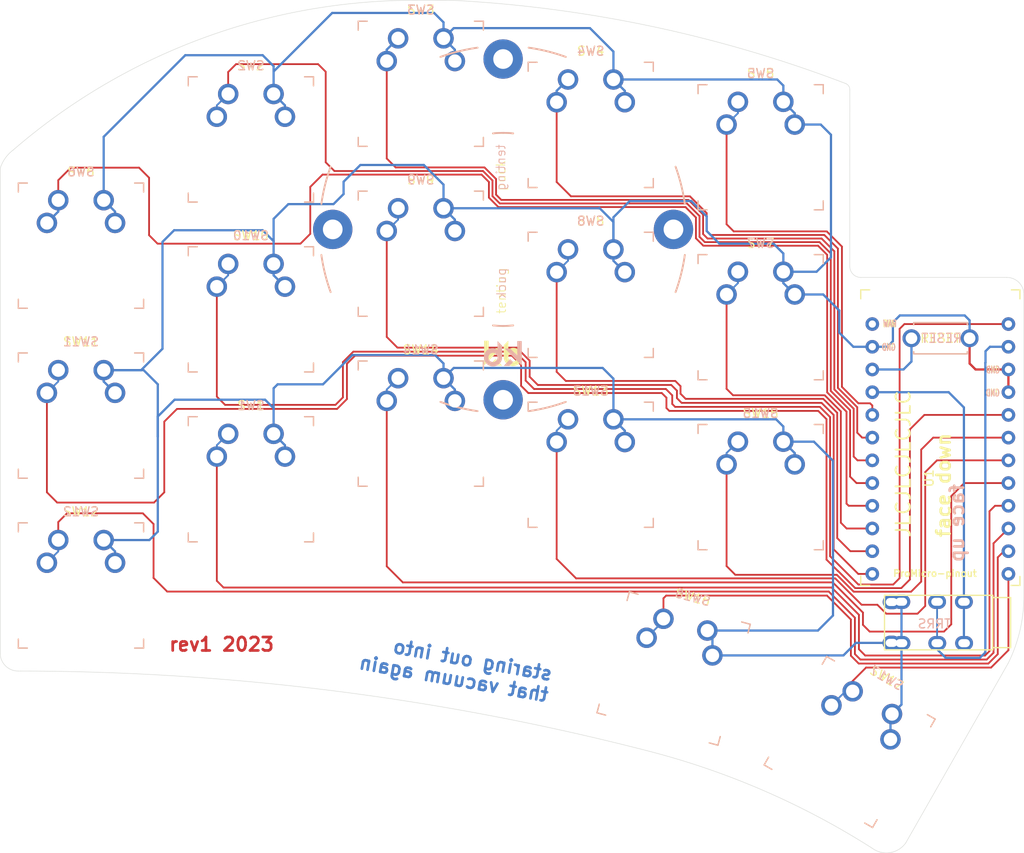
<source format=kicad_pcb>
(kicad_pcb (version 20221018) (generator pcbnew)
  (layers (0 "F.Cu" signal) (31 "B.Cu" signal) (34 "B.Paste" user) (35 "F.Paste" user) (36 "B.SilkS" user "B.Silkscreen") (37 "F.SilkS" user "F.Silkscreen") (38 "B.Mask" user) (39 "F.Mask" user) (44 "Edge.Cuts" user))
  (net 0 "")
  (net 1 "gnd")
  (net 2 "Switch1")
  (net 3 "Switch2")
  (net 4 "Switch3")
  (net 5 "Switch4")
  (net 6 "Switch5")
  (net 7 "Switch6")
  (net 8 "Switch7")
  (net 9 "Switch8")
  (net 10 "Switch9")
  (net 11 "Switch10")
  (net 12 "Switch11")
  (net 13 "Switch15")
  (net 14 "Switch13")
  (net 15 "Switch14")
  (net 16 "Switch12")
  (net 17 "Switch16")
  (net 18 "Switch17")
  (net 19 "reset")
  (net 20 "Switch18")
  (net 21 "vcc")
  (footprint "footprint:ProMicro_v3_min" (layer "F.Cu") (at 193.704 108.591)
    (fp_text reference "U1")
    (fp_text value "ProMicro-pinout")
  )
  (footprint "footprint:SW_MX_reversible" (layer "F.Cu") (at 116.61 73.47)
    (fp_text reference "SW2")
    (fp_text value "SW_Push")
  )
  (footprint "footprint:SW_MX_reversible" (layer "F.Cu") (at 135.61 105.245)
    (fp_text reference "SW14")
    (fp_text value "SW_Push")
  )
  (footprint "footprint:SW_MX_reversible" (layer "F.Cu") (at 116.61 111.47)
    (fp_text reference "SW1")
    (fp_text value "SW_Push")
  )
  (footprint "footprint:SW_MX_reversible" (layer "F.Cu") (at 154.61 109.845)
    (fp_text reference "SW13")
    (fp_text value "SW_Push")
  )
  (footprint "footprint:SW_MX_reversible" (layer "F.Cu") (at 97.61 85.345)
    (fp_text reference "SW6")
    (fp_text value "SW_Push")
  )
  (footprint "footprint:SW_MX_reversible" (layer "F.Cu") (at 97.61 104.345)
    (fp_text reference "SW11")
    (fp_text value "SW_Push")
  )
  (footprint "footprint:ResetSW" (layer "F.Cu") (at 193.725 95.7)
    (fp_text reference "RSW1" hide)
    (fp_text value "SW_Push")
  )
  (footprint "footprint:Tenting_Puck2" (layer "F.Cu") (at 144.812 83.529)
    (fp_text reference "H1")
    (fp_text value "MountingHole")
  )
  (footprint "footprint:SW_MX_reversible" (layer "F.Cu") (at 154.61 90.845)
    (fp_text reference "SW8")
    (fp_text value "SW_Push")
  )
  (footprint "footprint:SW_MX_reversible" (layer "F.Cu") (at 97.61 123.345)
    (fp_text reference "SW12")
    (fp_text value "SW_Push")
  )
  (footprint "footprint:SW_MX_reversible" (layer "F.Cu") (at 135.61 86.245)
    (fp_text reference "SW9")
    (fp_text value "SW_Push")
  )
  (footprint "footprint:SW_MX_reversible" (layer "F.Cu") (at 183.56 140.849 -30)
    (fp_text reference "SW17")
    (fp_text value "SW_Push")
  )
  (footprint "footprint:SW_MX_reversible" (layer "F.Cu") (at 116.61 92.47)
    (fp_text reference "SW10")
    (fp_text value "SW_Push")
  )
  (footprint "footprint:SW_MX_reversible" (layer "F.Cu") (at 173.61 93.345)
    (fp_text reference "SW7")
    (fp_text value "SW_Push")
  )
  (footprint "footprint:SW_MX_reversible" (layer "F.Cu") (at 154.61 71.845)
    (fp_text reference "SW4")
    (fp_text value "SW_Push")
  )
  (footprint "footprint:TRRS-PJ-DPB2" (layer "F.Cu") (at 199.56 127.495 -90)
    (fp_text reference "J1")
    (fp_text value "AudioJack4dpb" hide)
  )
  (footprint "footprint:SW_MX_reversible" (layer "F.Cu") (at 173.61 74.345)
    (fp_text reference "SW5")
    (fp_text value "SW_Push")
  )
  (footprint "footprint:SW_MX_reversible" (layer "F.Cu") (at 163.882 132.633 -15)
    (fp_text reference "SW16")
    (fp_text value "SW_Push")
  )
  (footprint "footprint:SW_MX_reversible" (layer "F.Cu") (at 135.61 67.245)
    (fp_text reference "SW3")
    (fp_text value "SW_Push")
  )
  (footprint "footprint:SW_MX_reversible" (layer "F.Cu") (at 173.61 112.345)
    (fp_text reference "SW15")
    (fp_text value "SW_Push")
  )
  (gr_arc (start 189.83217 152.137949) (mid 188.091164 153.216421) (end 186.10017 152.736684) (stroke (width 0.05)) (layer "Edge.Cuts"))
  (gr_arc (start 183.150415 67.231154) (mid 183.467204 67.50791) (end 183.58517 67.911684) (stroke (width 0.05)) (layer "Edge.Cuts"))
  (gr_line (start 201.14117 88.9) (end 184.785 88.9) (stroke (width 0.05)) (layer "Edge.Cuts"))
  (gr_line (start 90.889706 132.915062) (end 90.615172 132.912601) (stroke (width 0.05)) (layer "Edge.Cuts"))
  (gr_line (start 203.04617 90.805) (end 203.04617 124.686684) (stroke (width 0.05)) (layer "Edge.Cuts"))
  (gr_arc (start 90.615172 132.912601) (mid 89.202704 132.3634) (end 88.580171 130.981683) (stroke (width 0.05)) (layer "Edge.Cuts"))
  (gr_arc (start 201.14117 88.9) (mid 202.488208 89.457962) (end 203.04617 90.805) (stroke (width 0.05)) (layer "Edge.Cuts"))
  (gr_arc (start 90.889711 132.912696) (mid 126.18485 135.166627) (end 160.919877 141.822821) (stroke (width 0.05)) (layer "Edge.Cuts"))
  (gr_line (start 138.965397 57.902188) (end 134.99017 57.906684) (stroke (width 0.05)) (layer "Edge.Cuts"))
  (gr_arc (start 138.965397 57.902188) (mid 161.425813 60.824143) (end 183.150415 67.231154) (stroke (width 0.05)) (layer "Edge.Cuts"))
  (gr_line (start 88.588029 76.676004) (end 88.580171 130.981683) (stroke (width 0.05)) (layer "Edge.Cuts"))
  (gr_arc (start 88.588029 76.676004) (mid 89.145373 75.558289) (end 90.016781 74.663545) (stroke (width 0.05)) (layer "Edge.Cuts"))
  (gr_line (start 201.283849 132.052341) (end 189.83217 152.137949) (stroke (width 0.05)) (layer "Edge.Cuts"))
  (gr_arc (start 160.919877 141.822821) (mid 173.943392 146.279891) (end 186.10017 152.736684) (stroke (width 0.05)) (layer "Edge.Cuts"))
  (gr_arc (start 90.016781 74.663545) (mid 110.993305 62.232) (end 134.99017 57.906684) (stroke (width 0.05)) (layer "Edge.Cuts"))
  (gr_arc (start 203.04617 124.686684) (mid 202.585 128.47) (end 201.283849 132.052341) (stroke (width 0.05)) (layer "Edge.Cuts"))
  (gr_arc (start 184.785 88.9) (mid 183.91956 88.514528) (end 183.58017 87.63) (stroke (width 0.05)) (layer "Edge.Cuts"))
  (gr_line (start 183.58017 87.63) (end 183.58517 67.911684) (stroke (width 0.05)) (layer "Edge.Cuts"))
  (gr_text "rev1 2023" (at 107.315 130.81) (layer "F.Cu") (effects (font (size 1.5 1.5) (thickness 0.3) bold) (justify left bottom)))
  (gr_text "staring out into\nthat vacuum again" (at 149.86 136.525 350) (layer "B.Cu") (effects (font (size 1.5 1.5) (thickness 0.3) bold) (justify left bottom mirror)))
  (gr_text "face up" (at 196.45 111.85 90) (layer "B.SilkS") (effects (font (size 1.5 1.5) (thickness 0.3) bold) (justify left bottom mirror)))
  (gr_text "face down " (at 194.945 118.11 90) (layer "F.SilkS") (effects (font (size 1.5 1.5) (thickness 0.3) bold) (justify left bottom)))
  (gr_text "JLCJLCJLCJLC" (at 190.5 118.11 90) (layer "F.SilkS") (effects (font (size 1.6 1.6) (thickness 0.2)) (justify left bottom)))
  (segment (start 201.3154 99.193) (end 201.3154 101.733) (width 0.25) (layer "F.Cu") (net 1))
  (segment (start 196.975 98.525) (end 196.975 95.7) (width 0.25) (layer "F.Cu") (net 1))
  (segment (start 201.3154 99.193) (end 197.643 99.193) (width 0.25) (layer "F.Cu") (net 1))
  (segment (start 197.643 99.193) (end 196.975 98.525) (width 0.25) (layer "F.Cu") (net 1))
  (segment (start 106.2 106.675) (end 106.2 100.85) (width 0.25) (layer "B.Cu") (net 1))
  (segment (start 119.15 68.39) (end 120.42 69.66) (width 0.25) (layer "B.Cu") (net 1))
  (segment (start 182.4 95.075) (end 182.4 92.6) (width 0.25) (layer "B.Cu") (net 1))
  (segment (start 176.15 107.265) (end 177.42 108.535) (width 0.25) (layer "B.Cu") (net 1))
  (segment (start 119.15 103.525) (end 119.15 101.3) (width 0.25) (layer "B.Cu") (net 1))
  (segment (start 125.7 59.325) (end 137.1 59.325) (width 0.25) (layer "B.Cu") (net 1))
  (segment (start 158.42 88.305) (end 157.15 87.035) (width 0.25) (layer "B.Cu") (net 1))
  (segment (start 181.7 126.7) (end 181.7 109.4) (width 0.25) (layer "B.Cu") (net 1))
  (segment (start 126.975 78.2) (end 128.85 76.325) (width 0.25) (layer "B.Cu") (net 1))
  (segment (start 155.535 81.165) (end 138.15 81.165) (width 0.25) (layer "B.Cu") (net 1))
  (segment (start 157.15 104.765) (end 175.34 104.765) (width 0.25) (layer "B.Cu") (net 1))
  (segment (start 157.15 85.765) (end 157.15 82.7) (width 0.25) (layer "B.Cu") (net 1))
  (segment (start 126.975 79.575) (end 126.975 78.2) (width 0.25) (layer "B.Cu") (net 1))
  (segment (start 186.0954 96.653) (end 187.772 96.653) (width 0.25) (layer "B.Cu") (net 1))
  (segment (start 119.15 88.66) (end 119.15 87.39) (width 0.25) (layer "B.Cu") (net 1))
  (segment (start 118.2 102.575) (end 119.15 103.525) (width 0.25) (layer "B.Cu") (net 1))
  (segment (start 165.85 80.35) (end 158.975 80.35) (width 0.25) (layer "B.Cu") (net 1))
  (segment (start 180.605 90.805) (end 177.42 90.805) (width 0.25) (layer "B.Cu") (net 1))
  (segment (start 138.15 60.375) (end 138.15 62.165) (width 0.25) (layer "B.Cu") (net 1))
  (segment (start 179.565 107.265) (end 176.15 107.265) (width 0.25) (layer "B.Cu") (net 1))
  (segment (start 119.15 65.875) (end 125.7 59.325) (width 0.25) (layer "B.Cu") (net 1))
  (segment (start 157.15 100.225) (end 155.947 99.022) (width 0.25) (layer "B.Cu") (net 1))
  (segment (start 119.15 65.275) (end 117.925 64.05) (width 0.25) (layer "B.Cu") (net 1))
  (segment (start 138.15 62.165) (end 139.293 61.022) (width 0.25) (layer "B.Cu") (net 1))
  (segment (start 135.95 76.325) (end 138.15 78.525) (width 0.25) (layer "B.Cu") (net 1))
  (segment (start 175.34 104.765) (end 176.15 105.575) (width 0.25) (layer "B.Cu") (net 1))
  (segment (start 100.15 118.265) (end 101.42 119.535) (width 0.25) (layer "B.Cu") (net 1))
  (segment (start 176.15 105.575) (end 176.15 107.265) (width 0.25) (layer "B.Cu") (net 1))
  (segment (start 182.4 92.6) (end 180.605 90.805) (width 0.25) (layer "B.Cu") (net 1))
  (segment (start 188.129557 140.554295) (end 188.129557 137.889739) (width 0.25) (layer "B.Cu") (net 1))
  (segment (start 101.42 81.535) (end 101.42 82.805) (width 0.25) (layer "B.Cu") (net 1))
  (segment (start 119.15 84.85) (end 119.15 82.35) (width 0.25) (layer "B.Cu") (net 1))
  (segment (start 106.2 117.325) (end 106.2 106.675) (width 0.25) (layer "B.Cu") (net 1))
  (segment (start 176.15 86.225) (end 175.05 85.125) (width 0.25) (layer "B.Cu") (net 1))
  (segment (start 120.42 69.66) (end 120.42 70.93) (width 0.25) (layer "B.Cu") (net 1))
  (segment (start 119.15 68.39) (end 119.15 65.875) (width 0.25) (layer "B.Cu") (net 1))
  (segment (start 157.15 63.65) (end 157.15 66.765) (width 0.25) (layer "B.Cu") (net 1))
  (segment (start 183.978 96.653) (end 182.4 95.075) (width 0.25) (layer "B.Cu") (net 1))
  (segment (start 120.42 89.93) (end 119.15 88.66) (width 0.25) (layer "B.Cu") (net 1))
  (segment (start 158.975 80.35) (end 157.15 82.175) (width 0.25) (layer "B.Cu") (net 1))
  (segment (start 184.266298 129.765) (end 182.865649 131.165649) (width 0.25) (layer "B.Cu") (net 1))
  (segment (start 109.275 64.05) (end 100.15 73.175) (width 0.25) (layer "B.Cu") (net 1))
  (segment (start 186.0954 96.653) (end 183.978 96.653) (width 0.25) (layer "B.Cu") (net 1))
  (segment (start 120.42 107.66) (end 120.42 108.93) (width 0.25) (layer "B.Cu") (net 1))
  (segment (start 138.15 100.165) (end 139.293 99.022) (width 0.25) (layer "B.Cu") (net 1))
  (segment (start 157.15 82.175) (end 157.15 85.765) (width 0.25) (layer "B.Cu") (net 1))
  (segment (start 188.129557 137.889739) (end 188.299705 137.719591) (width 0.25) (layer "B.Cu") (net 1))
  (segment (start 104.335 99.265) (end 106.725 96.875) (width 0.25) (layer "B.Cu") (net 1))
  (segment (start 177.42 90.805) (end 176.15 89.535) (width 0.25) (layer "B.Cu") (net 1))
  (segment (start 188.24 129.765) (end 184.266298 129.765) (width 0.25) (layer "B.Cu") (net 1))
  (segment (start 167.650252 128.383497) (end 180.016503 128.383497) (width 0.25) (layer "B.Cu") (net 1))
  (segment (start 106.2 106.675) (end 106.2 104.45) (width 0.25) (layer "B.Cu") (net 1))
  (segment (start 101.42 119.535) (end 101.42 120.805) (width 0.25) (layer "B.Cu") (net 1))
  (segment (start 119.15 87.39) (end 119.15 84.85) (width 0.25) (layer "B.Cu") (net 1))
  (segment (start 175.465 66.765) (end 176.15 67.45) (width 0.25) (layer "B.Cu") (net 1))
  (segment (start 100.15 80.265) (end 101.42 81.535) (width 0.25) (layer "B.Cu") (net 1))
  (segment (start 101.42 101.805) (end 100.15 100.535) (width 0.25) (layer "B.Cu") (net 1))
  (segment (start 196.425 93.15) (end 196.975 93.7) (width 0.25) (layer "B.Cu") (net 1))
  (segment (start 157.15 82.7) (end 155.575 81.125) (width 0.25) (layer "B.Cu") (net 1))
  (segment (start 127.95 97.575) (end 137.2 97.575) (width 0.25) (layer "B.Cu") (net 1))
  (segment (start 106.725 96.875) (end 106.725 84.925) (width 0.25) (layer "B.Cu") (net 1))
  (segment (start 189.175 93.15) (end 196.425 93.15) (width 0.25) (layer "B.Cu") (net 1))
  (segment (start 124.675 100.85) (end 127.95 97.575) (width 0.25) (layer "B.Cu") (net 1))
  (segment (start 119.15 82.35) (end 120.8 80.7) (width 0.25) (layer "B.Cu") (net 1))
  (segment (start 138.15 98.525) (end 138.15 100.165) (width 0.25) (layer "B.Cu") (net 1))
  (segment (start 181.475 86.65) (end 179.86 88.265) (width 0.25) (layer "B.Cu") (net 1))
  (segment (start 104.615 99.265) (end 100.15 99.265) (width 0.25) (layer "B.Cu") (net 1))
  (segment (start 196.975 93.7) (end 196.975 95.7) (width 0.25) (layer "B.Cu") (net 1))
  (segment (start 188.4 93.925) (end 189.175 93.15) (width 0.25) (layer "B.Cu") (net 1))
  (segment (start 176.15 88.265) (end 176.15 86.225) (width 0.25) (layer "B.Cu") (net 1))
  (segment (start 108.075 102.575) (end 118.2 102.575) (width 0.25) (layer "B.Cu") (net 1))
  (segment (start 189.36 129.795) (end 189.36 136.659296) (width 0.25) (layer "B.Cu") (net 1))
  (segment (start 154.522 61.022) (end 157.15 63.65) (width 0.25) (layer "B.Cu") (net 1))
  (segment (start 177.42 108.535) (end 177.42 109.805) (width 0.25) (layer "B.Cu") (net 1))
  (segment (start 137.2 97.575) (end 138.15 98.525) (width 0.25) (layer "B.Cu") (net 1))
  (segment (start 155.575 81.125) (end 155.535 81.165) (width 0.25) (layer "B.Cu") (net 1))
  (segment (start 106.2 100.85) (end 104.615 99.265) (width 0.25) (layer "B.Cu") (net 1))
  (segment (start 167.575 83.7) (end 167.575 82.075) (width 0.25) (layer "B.Cu") (net 1))
  (segment (start 138.15 81.165) (end 139.42 82.435) (width 0.25) (layer "B.Cu") (net 1))
  (segment (start 139.293 99.022) (end 155.947 99.022) (width 0.25) (layer "B.Cu") (net 1))
  (segment (start 119.6 100.85) (end 124.675 100.85) (width 0.25) (layer "B.Cu") (net 1))
  (segment (start 177.42 70.535) (end 177.42 71.805) (width 0.25) (layer "B.Cu") (net 1))
  (segment (start 177.42 71.805) (end 180.33 71.805) (width 0.25) (layer "B.Cu") (net 1))
  (segment (start 176.15 69.265) (end 177.42 70.535) (width 0.25) (layer "B.Cu") (net 1))
  (segment (start 176.15 67.45) (end 176.15 69.265) (width 0.25) (layer "B.Cu") (net 1))
  (segment (start 100.15 73.175) (end 100.15 80.265) (width 0.25) (layer "B.Cu") (net 1))
  (segment (start 157.15 104.765) (end 158.42 106.035) (width 0.25) (layer "B.Cu") (net 1))
  (segment (start 119.15 65.875) (end 119.15 65.275) (width 0.25) (layer "B.Cu") (net 1))
  (segment (start 139.42 63.435) (end 139.42 64.705) (width 0.25) (layer "B.Cu") (net 1))
  (segment (start 189.36 129.795) (end 189.36 125.185) (width 0.25) (layer "B.Cu") (net 1))
  (segment (start 139.42 101.435) (end 139.42 102.705) (width 0.25) (layer "B.Cu") (net 1))
  (segment (start 175.05 85.125) (end 169 85.125) (width 0.25) (layer "B.Cu") (net 1))
  (segment (start 138.15 100.165) (end 139.42 101.435) (width 0.25) (layer "B.Cu") (net 1))
  (segment (start 100.15 99.265) (end 104.335 99.265) (width 0.25) (layer "B.Cu") (net 1))
  (segment (start 168.219578 131.165649) (end 168.219578 128.952823) (width 0.25) (layer "B.Cu") (net 1))
  (segment (start 188.4 96.025) (end 188.4 93.925) (width 0.25) (layer "B.Cu") (net 1))
  (segment (start 179.86 88.265) (end 176.15 88.265) (width 0.25) (layer "B.Cu") (net 1))
  (segment (start 189.36 136.659296) (end 188.299705 137.719591) (width 0.25) (layer "B.Cu") (net 1))
  (segment (start 106.2 104.45) (end 108.075 102.575) (width 0.25) (layer "B.Cu") (net 1))
  (segment (start 139.42 82.435) (end 139.42 83.705) (width 0.25) (layer "B.Cu") (net 1))
  (segment (start 117.925 64.05) (end 109.275 64.05) (width 0.25) (layer "B.Cu") (net 1))
  (segment (start 180.33 71.805) (end 181.475 72.95) (width 0.25) (layer "B.Cu") (net 1))
  (segment (start 181.7 109.4) (end 179.565 107.265) (width 0.25) (layer "B.Cu") (net 1))
  (segment (start 157.15 87.035) (end 157.15 85.765) (width 0.25) (layer "B.Cu") (net 1))
  (segment (start 100.15 100.535) (end 100.15 99.265) (width 0.25) (layer "B.Cu") (net 1))
  (segment (start 120.8 80.7) (end 125.85 80.7) (width 0.25) (layer "B.Cu") (net 1))
  (segment (start 119.15 101.3) (end 119.6 100.85) (width 0.25) (layer "B.Cu") (net 1))
  (segment (start 181.475 72.95) (end 181.475 86.65) (width 0.25) (layer "B.Cu") (net 1))
  (segment (start 158.42 68.035) (end 158.42 69.305) (width 0.25) (layer "B.Cu") (net 1))
  (segment (start 105.26 118.265) (end 106.2 117.325) (width 0.25) (layer "B.Cu") (net 1))
  (segment (start 117.925 83.625) (end 119.15 84.85) (width 0.25) (layer "B.Cu") (net 1))
  (segment (start 157.15 66.765) (end 175.465 66.765) (width 0.25) (layer "B.Cu") (net 1))
  (segment (start 137.1 59.325) (end 138.15 60.375) (width 0.25) (layer "B.Cu") (net 1))
  (segment (start 108.025 83.625) (end 117.925 83.625) (width 0.25) (layer "B.Cu") (net 1))
  (segment (start 119.15 106.39) (end 120.42 107.66) (width 0.25) (layer "B.Cu") (net 1))
  (segment (start 180.016503 128.383497) (end 181.7 126.7) (width 0.25) (layer "B.Cu") (net 1))
  (segment (start 138.15 62.165) (end 139.42 63.435) (width 0.25) (layer "B.Cu") (net 1))
  (segment (start 158.42 106.035) (end 158.42 107.305) (width 0.25) (layer "B.Cu") (net 1))
  (segment (start 125.85 80.7) (end 126.975 79.575) (width 0.25) (layer "B.Cu") (net 1))
  (segment (start 157.15 66.765) (end 158.42 68.035) (width 0.25) (layer "B.Cu") (net 1))
  (segment (start 128.85 76.325) (end 135.95 76.325) (width 0.25) (layer "B.Cu") (net 1))
  (segment (start 157.15 104.765) (end 157.15 100.225) (width 0.25) (layer "B.Cu") (net 1))
  (segment (start 187.772 96.653) (end 188.4 96.025) (width 0.25) (layer "B.Cu") (net 1))
  (segment (start 168.219578 131.165649) (end 182.865649 131.165649) (width 0.25) (layer "B.Cu") (net 1))
  (segment (start 100.15 118.265) (end 105.26 118.265) (width 0.25) (layer "B.Cu") (net 1))
  (segment (start 169 85.125) (end 167.575 83.7) (width 0.25) (layer "B.Cu") (net 1))
  (segment (start 138.15 78.525) (end 138.15 81.165) (width 0.25) (layer "B.Cu") (net 1))
  (segment (start 106.725 84.925) (end 108.025 83.625) (width 0.25) (layer "B.Cu") (net 1))
  (segment (start 176.15 89.535) (end 176.15 88.265) (width 0.25) (layer "B.Cu") (net 1))
  (segment (start 139.293 61.022) (end 154.522 61.022) (width 0.25) (layer "B.Cu") (net 1))
  (segment (start 167.575 82.075) (end 165.85 80.35) (width 0.25) (layer "B.Cu") (net 1))
  (segment (start 119.15 106.39) (end 119.15 103.525) (width 0.25) (layer "B.Cu") (net 1))
  (segment (start 199.817 114.433) (end 201.3154 114.433) (width 0.2) (layer "F.Cu") (net 2))
  (segment (start 181.55 123.575) (end 184.6 126.625) (width 0.2) (layer "F.Cu") (net 2))
  (segment (start 185.3 131.175) (end 198.702208 131.175) (width 0.2) (layer "F.Cu") (net 2))
  (segment (start 112.8 122.825) (end 113.55 123.575) (width 0.2) (layer "F.Cu") (net 2))
  (segment (start 198.702208 131.175) (end 199.2 130.677208) (width 0.2) (layer "F.Cu") (net 2))
  (segment (start 184.6 126.625) (end 184.6 130.475) (width 0.2) (layer "F.Cu") (net 2))
  (segment (start 199.2 130.677208) (end 199.2 115.05) (width 0.2) (layer "F.Cu") (net 2))
  (segment (start 113.55 123.575) (end 181.55 123.575) (width 0.2) (layer "F.Cu") (net 2))
  (segment (start 199.2 115.05) (end 199.817 114.433) (width 0.2) (layer "F.Cu") (net 2))
  (segment (start 112.8 108.93) (end 112.8 122.825) (width 0.2) (layer "F.Cu") (net 2))
  (segment (start 184.6 130.475) (end 185.3 131.175) (width 0.2) (layer "F.Cu") (net 2))
  (segment (start 112.8 107.66) (end 112.8 108.93) (width 0.2) (layer "B.Cu") (net 2))
  (segment (start 114.07 106.39) (end 112.8 107.66) (width 0.2) (layer "B.Cu") (net 2))
  (segment (start 124.975 65.9) (end 124.975 76.025) (width 0.2) (layer "F.Cu") (net 3))
  (segment (start 114.07 65.93) (end 114.95 65.05) (width 0.2) (layer "F.Cu") (net 3))
  (segment (start 184.3305 111.893) (end 186.0954 111.893) (width 0.2) (layer "F.Cu") (net 3))
  (segment (start 144.444686 80.629) (end 165.369686 80.629) (width 0.2) (layer "F.Cu") (net 3))
  (segment (start 181.45 101.584314) (end 183.6125 103.746815) (width 0.2) (layer "F.Cu") (net 3))
  (segment (start 167.365686 84.95) (end 180.190686 84.95) (width 0.2) (layer "F.Cu") (net 3))
  (segment (start 183.6125 111.175) (end 184.3305 111.893) (width 0.2) (layer "F.Cu") (net 3))
  (segment (start 165.369686 80.629) (end 166.775 82.034315) (width 0.2) (layer "F.Cu") (net 3))
  (segment (start 124.125 65.05) (end 124.975 65.9) (width 0.2) (layer "F.Cu") (net 3))
  (segment (start 166.775 84.359314) (end 167.365686 84.95) (width 0.2) (layer "F.Cu") (net 3))
  (segment (start 142.565686 77) (end 143.625 78.059315) (width 0.2) (layer "F.Cu") (net 3))
  (segment (start 124.975 76.025) (end 125.95 77) (width 0.2) (layer "F.Cu") (net 3))
  (segment (start 181.45 86.209315) (end 181.45 101.584314) (width 0.2) (layer "F.Cu") (net 3))
  (segment (start 143.625 78.059315) (end 143.625 79.809314) (width 0.2) (layer "F.Cu") (net 3))
  (segment (start 183.6125 103.746815) (end 183.6125 111.175) (width 0.2) (layer "F.Cu") (net 3))
  (segment (start 143.625 79.809314) (end 144.444686 80.629) (width 0.2) (layer "F.Cu") (net 3))
  (segment (start 114.07 68.39) (end 114.07 65.93) (width 0.2) (layer "F.Cu") (net 3))
  (segment (start 125.95 77) (end 142.565686 77) (width 0.2) (layer "F.Cu") (net 3))
  (segment (start 166.775 82.034315) (end 166.775 84.359314) (width 0.2) (layer "F.Cu") (net 3))
  (segment (start 180.190686 84.95) (end 181.45 86.209315) (width 0.2) (layer "F.Cu") (net 3))
  (segment (start 114.95 65.05) (end 124.125 65.05) (width 0.2) (layer "F.Cu") (net 3))
  (segment (start 114.07 68.39) (end 112.8 69.66) (width 0.2) (layer "B.Cu") (net 3))
  (segment (start 112.8 69.66) (end 112.8 70.93) (width 0.2) (layer "B.Cu") (net 3))
  (segment (start 144.025 77.89363) (end 144.025 79.643628) (width 0.2) (layer "F.Cu") (net 4))
  (segment (start 131.8 64.705) (end 131.8 75.6) (width 0.2) (layer "F.Cu") (net 4))
  (segment (start 181.85 85.975) (end 181.85 101.418628) (width 0.2) (layer "F.Cu") (net 4))
  (segment (start 181.85 101.418628) (end 184.0125 103.58113) (width 0.2) (layer "F.Cu") (net 4))
  (segment (start 180.425 84.55) (end 181.85 85.975) (width 0.2) (layer "F.Cu") (net 4))
  (segment (start 142.731372 76.6) (end 144.025 77.89363) (width 0.2) (layer "F.Cu") (net 4))
  (segment (start 167.675 84.55) (end 180.425 84.55) (width 0.2) (layer "F.Cu") (net 4))
  (segment (start 184.0125 108.925) (end 184.4405 109.353) (width 0.2) (layer "F.Cu") (net 4))
  (segment (start 184.4405 109.353) (end 186.0954 109.353) (width 0.2) (layer "F.Cu") (net 4))
  (segment (start 131.8 75.6) (end 132.8 76.6) (width 0.2) (layer "F.Cu") (net 4))
  (segment (start 167.175 84.05) (end 167.675 84.55) (width 0.2) (layer "F.Cu") (net 4))
  (segment (start 167.175 81.86863) (end 167.175 84.05) (width 0.2) (layer "F.Cu") (net 4))
  (segment (start 144.025 79.643628) (end 144.610372 80.229) (width 0.2) (layer "F.Cu") (net 4))
  (segment (start 184.0125 103.58113) (end 184.0125 108.925) (width 0.2) (layer "F.Cu") (net 4))
  (segment (start 132.8 76.6) (end 142.731372 76.6) (width 0.2) (layer "F.Cu") (net 4))
  (segment (start 144.610372 80.229) (end 165.535372 80.229) (width 0.2) (layer "F.Cu") (net 4))
  (segment (start 165.535372 80.229) (end 167.175 81.86863) (width 0.2) (layer "F.Cu") (net 4))
  (segment (start 131.8 63.435) (end 131.8 64.705) (width 0.25) (layer "B.Cu") (net 4))
  (segment (start 133.07 62.165) (end 131.8 63.435) (width 0.25) (layer "B.Cu") (net 4))
  (segment (start 168 84.15) (end 167.575 83.725) (width 0.2) (layer "F.Cu") (net 5))
  (segment (start 167.575 81.702944) (end 165.701058 79.829) (width 0.2) (layer "F.Cu") (net 5))
  (segment (start 184.963 106.813) (end 184.4125 106.2625) (width 0.2) (layer "F.Cu") (net 5))
  (segment (start 182.25 85.675) (end 180.725 84.15) (width 0.2) (layer "F.Cu") (net 5))
  (segment (start 186.0954 106.813) (end 184.963 106.813) (width 0.2) (layer "F.Cu") (net 5))
  (segment (start 184.4125 103.415444) (end 182.25 101.252943) (width 0.2) (layer "F.Cu") (net 5))
  (segment (start 165.701058 79.829) (end 152.404 79.829) (width 0.2) (layer "F.Cu") (net 5))
  (segment (start 180.725 84.15) (end 168 84.15) (width 0.2) (layer "F.Cu") (net 5))
  (segment (start 167.575 83.725) (end 167.575 81.702944) (width 0.2) (layer "F.Cu") (net 5))
  (segment (start 182.25 101.252943) (end 182.25 85.675) (width 0.2) (layer "F.Cu") (net 5))
  (segment (start 152.404 79.829) (end 150.8 78.225) (width 0.2) (layer "F.Cu") (net 5))
  (segment (start 150.8 78.225) (end 150.8 69.305) (width 0.2) (layer "F.Cu") (net 5))
  (segment (start 184.4125 106.2625) (end 184.4125 103.415444) (width 0.2) (layer "F.Cu") (net 5))
  (segment (start 150.8 68.035) (end 150.8 69.305) (width 0.25) (layer "B.Cu") (net 5))
  (segment (start 152.07 66.765) (end 150.8 68.035) (width 0.25) (layer "B.Cu") (net 5))
  (segment (start 182.7 85.45) (end 182.7 101.137259) (width 0.2) (layer "F.Cu") (net 6))
  (segment (start 186.0954 103.2204) (end 185.85 102.975) (width 0.2) (layer "F.Cu") (net 6))
  (segment (start 169.8 82.95) (end 170.6 83.75) (width 0.2) (layer "F.Cu") (net 6))
  (segment (start 182.7 101.137259) (end 184.537742 102.975) (width 0.2) (layer "F.Cu") (net 6))
  (segment (start 169.8 71.805) (end 169.8 82.95) (width 0.2) (layer "F.Cu") (net 6))
  (segment (start 181 83.75) (end 182.7 85.45) (width 0.2) (layer "F.Cu") (net 6))
  (segment (start 186.0954 104.273) (end 186.0954 103.2204) (width 0.2) (layer "F.Cu") (net 6))
  (segment (start 170.6 83.75) (end 181 83.75) (width 0.2) (layer "F.Cu") (net 6))
  (segment (start 185.85 102.975) (end 184.537742 102.975) (width 0.2) (layer "F.Cu") (net 6))
  (segment (start 171.07 70.535) (end 171.07 69.265) (width 0.2) (layer "B.Cu") (net 6))
  (segment (start 169.8 71.805) (end 171.07 70.535) (width 0.2) (layer "B.Cu") (net 6))
  (segment (start 183.2125 114.1875) (end 183.458 114.433) (width 0.2) (layer "F.Cu") (net 7))
  (segment (start 123.25 78.775) (end 124.625 77.4) (width 0.2) (layer "F.Cu") (net 7))
  (segment (start 166.375 82.2) (end 166.375 84.525) (width 0.2) (layer "F.Cu") (net 7))
  (segment (start 167.2 85.35) (end 180.025 85.35) (width 0.2) (layer "F.Cu") (net 7))
  (segment (start 181.05 86.375) (end 181.05 101.75) (width 0.2) (layer "F.Cu") (net 7))
  (segment (start 183.2125 103.9125) (end 183.2125 114.1875) (width 0.2) (layer "F.Cu") (net 7))
  (segment (start 124.625 77.4) (end 142.4 77.4) (width 0.2) (layer "F.Cu") (net 7))
  (segment (start 142.4 77.4) (end 143.225 78.225) (width 0.2) (layer "F.Cu") (net 7))
  (segment (start 143.225 79.975) (end 144.279 81.029) (width 0.2) (layer "F.Cu") (net 7))
  (segment (start 165.204 81.029) (end 166.375 82.2) (width 0.2) (layer "F.Cu") (net 7))
  (segment (start 181.05 101.75) (end 183.2125 103.9125) (width 0.2) (layer "F.Cu") (net 7))
  (segment (start 183.458 114.433) (end 186.0954 114.433) (width 0.2) (layer "F.Cu") (net 7))
  (segment (start 105.225 84.175) (end 106.175 85.125) (width 0.2) (layer "F.Cu") (net 7))
  (segment (start 106.175 85.125) (end 122.15 85.125) (width 0.2) (layer "F.Cu") (net 7))
  (segment (start 166.375 84.525) (end 167.2 85.35) (width 0.2) (layer "F.Cu") (net 7))
  (segment (start 96.475 76.625) (end 104.1 76.625) (width 0.2) (layer "F.Cu") (net 7))
  (segment (start 123.25 84.025) (end 123.25 78.775) (width 0.2) (layer "F.Cu") (net 7))
  (segment (start 105.225 77.75) (end 105.225 84.175) (width 0.2) (layer "F.Cu") (net 7))
  (segment (start 95.07 78.03) (end 96.475 76.625) (width 0.2) (layer "F.Cu") (net 7))
  (segment (start 95.07 80.265) (end 95.07 78.03) (width 0.2) (layer "F.Cu") (net 7))
  (segment (start 180.025 85.35) (end 181.05 86.375) (width 0.2) (layer "F.Cu") (net 7))
  (segment (start 144.279 81.029) (end 165.204 81.029) (width 0.2) (layer "F.Cu") (net 7))
  (segment (start 122.15 85.125) (end 123.25 84.025) (width 0.2) (layer "F.Cu") (net 7))
  (segment (start 104.1 76.625) (end 105.225 77.75) (width 0.2) (layer "F.Cu") (net 7))
  (segment (start 143.225 78.225) (end 143.225 79.975) (width 0.2) (layer "F.Cu") (net 7))
  (segment (start 93.8 82.805) (end 95.07 81.535) (width 0.25) (layer "B.Cu") (net 7))
  (segment (start 95.07 81.535) (end 95.07 80.265) (width 0.25) (layer "B.Cu") (net 7))
  (segment (start 180.774874 102.075) (end 170.525 102.075) (width 0.2) (layer "F.Cu") (net 8))
  (segment (start 182.575 116.325) (end 182.575 103.875126) (width 0.2) (layer "F.Cu") (net 8))
  (segment (start 169.8 101.35) (end 169.8 90.805) (width 0.2) (layer "F.Cu") (net 8))
  (segment (start 182.575 103.875126) (end 180.774874 102.075) (width 0.2) (layer "F.Cu") (net 8))
  (segment (start 183.223 116.973) (end 182.575 116.325) (width 0.2) (layer "F.Cu") (net 8))
  (segment (start 170.525 102.075) (end 169.8 101.35) (width 0.2) (layer "F.Cu") (net 8))
  (segment (start 183.223 116.973) (end 186.0954 116.973) (width 0.2) (layer "F.Cu") (net 8))
  (segment (start 171.07 89.535) (end 171.07 88.265) (width 0.2) (layer "B.Cu") (net 8))
  (segment (start 169.8 90.805) (end 171.07 89.535) (width 0.2) (layer "B.Cu") (net 8))
  (segment (start 164.65 101.06) (end 164.065 100.475) (width 0.2) (layer "F.Cu") (net 9))
  (segment (start 182.175 104.040812) (end 180.609188 102.475) (width 0.2) (layer "F.Cu") (net 9))
  (segment (start 165.225 102.475) (end 164.65 101.9) (width 0.2) (layer "F.Cu") (net 9))
  (segment (start 150.8 99.45) (end 150.8 88.305) (width 0.2) (layer "F.Cu") (net 9))
  (segment (start 183.638 119.513) (end 182.175 118.05) (width 0.2) (layer "F.Cu") (net 9))
  (segment (start 151.825 100.475) (end 150.8 99.45) (width 0.2) (layer "F.Cu") (net 9))
  (segment (start 182.175 118.05) (end 182.175 104.040812) (width 0.2) (layer "F.Cu") (net 9))
  (segment (start 186.0954 119.513) (end 183.638 119.513) (width 0.2) (layer "F.Cu") (net 9))
  (segment (start 164.65 101.9) (end 164.65 101.06) (width 0.2) (layer "F.Cu") (net 9))
  (segment (start 180.609188 102.475) (end 165.225 102.475) (width 0.2) (layer "F.Cu") (net 9))
  (segment (start 164.065 100.475) (end 151.825 100.475) (width 0.2) (layer "F.Cu") (net 9))
  (segment (start 150.8 88.305) (end 152.07 87.035) (width 0.2) (layer "B.Cu") (net 9))
  (segment (start 152.07 87.035) (end 152.07 85.765) (width 0.2) (layer "B.Cu") (net 9))
  (segment (start 180.422792 102.925) (end 181.775 104.277208) (width 0.2) (layer "F.Cu") (net 10))
  (segment (start 146.325 96.75) (end 147.782643 98.207643) (width 0.2) (layer "F.Cu") (net 10))
  (segment (start 164.775 102.925) (end 180.422792 102.925) (width 0.2) (layer "F.Cu") (net 10))
  (segment (start 164.25 102.4) (end 164.775 102.925) (width 0.2) (layer "F.Cu") (net 10))
  (segment (start 147.782643 100.007643) (end 148.7 100.925) (width 0.2) (layer "F.Cu") (net 10))
  (segment (start 148.7 100.925) (end 163.615 100.925) (width 0.2) (layer "F.Cu") (net 10))
  (segment (start 184.525 122.053) (end 186.0954 122.053) (width 0.2) (layer "F.Cu") (net 10))
  (segment (start 133 96.75) (end 146.325 96.75) (width 0.2) (layer "F.Cu") (net 10))
  (segment (start 131.8 95.55) (end 133 96.75) (width 0.2) (layer "F.Cu") (net 10))
  (segment (start 181.775 104.277208) (end 181.775 119.303) (width 0.2) (layer "F.Cu") (net 10))
  (segment (start 181.775 119.303) (end 184.525 122.053) (width 0.2) (layer "F.Cu") (net 10))
  (segment (start 164.25 101.56) (end 164.25 102.4) (width 0.2) (layer "F.Cu") (net 10))
  (segment (start 131.8 83.705) (end 131.8 95.55) (width 0.2) (layer "F.Cu") (net 10))
  (segment (start 163.615 100.925) (end 164.25 101.56) (width 0.2) (layer "F.Cu") (net 10))
  (segment (start 147.782643 98.207643) (end 147.782643 100.007643) (width 0.2) (layer "F.Cu") (net 10))
  (segment (start 133.07 82.435) (end 133.07 81.165) (width 0.2) (layer "B.Cu") (net 10))
  (segment (start 131.8 83.705) (end 133.07 82.435) (width 0.2) (layer "B.Cu") (net 10))
  (segment (start 181.375 104.513604) (end 180.236396 103.375) (width 0.2) (layer "F.Cu") (net 11))
  (segment (start 189.15 94.65) (end 189.15 122.525) (width 0.2) (layer "F.Cu") (net 11))
  (segment (start 189.687 94.113) (end 189.15 94.65) (width 0.2) (layer "F.Cu") (net 11))
  (segment (start 126.9 102.313604) (end 126.063604 103.15) (width 0.2) (layer "F.Cu") (net 11))
  (segment (start 126.063604 103.15) (end 113.725 103.15) (width 0.2) (layer "F.Cu") (net 11))
  (segment (start 163.015 101.375) (end 148.275 101.375) (width 0.2) (layer "F.Cu") (net 11))
  (segment (start 147.332643 98.382643) (end 146.15 97.2) (width 0.2) (layer "F.Cu") (net 11))
  (segment (start 188.435 123.24) (end 184.54 123.24) (width 0.2) (layer "F.Cu") (net 11))
  (segment (start 181.375 120.075) (end 181.375 104.513604) (width 0.2) (layer "F.Cu") (net 11))
  (segment (start 163.725 103.05) (end 163.725 102.085) (width 0.2) (layer "F.Cu") (net 11))
  (segment (start 180.236396 103.375) (end 164.05 103.375) (width 0.2) (layer "F.Cu") (net 11))
  (segment (start 147.332643 100.432643) (end 147.332643 98.382643) (width 0.2) (layer "F.Cu") (net 11))
  (segment (start 201.3154 94.113) (end 189.687 94.113) (width 0.2) (layer "F.Cu") (net 11))
  (segment (start 148.275 101.375) (end 147.332643 100.432643) (width 0.2) (layer "F.Cu") (net 11))
  (segment (start 163.725 102.085) (end 163.015 101.375) (width 0.2) (layer "F.Cu") (net 11))
  (segment (start 128.063604 97.2) (end 126.9 98.363604) (width 0.2) (layer "F.Cu") (net 11))
  (segment (start 113.725 103.15) (end 112.8 102.225) (width 0.2) (layer "F.Cu") (net 11))
  (segment (start 164.05 103.375) (end 163.725 103.05) (width 0.2) (layer "F.Cu") (net 11))
  (segment (start 184.54 123.24) (end 181.375 120.075) (width 0.2) (layer "F.Cu") (net 11))
  (segment (start 146.15 97.2) (end 128.063604 97.2) (width 0.2) (layer "F.Cu") (net 11))
  (segment (start 112.8 102.225) (end 112.8 89.93) (width 0.2) (layer "F.Cu") (net 11))
  (segment (start 126.9 98.363604) (end 126.9 102.313604) (width 0.2) (layer "F.Cu") (net 11))
  (segment (start 189.15 122.525) (end 188.435 123.24) (width 0.2) (layer "F.Cu") (net 11))
  (segment (start 112.8 89.93) (end 114.07 88.66) (width 0.2) (layer "B.Cu") (net 11))
  (segment (start 114.07 88.66) (end 114.07 87.39) (width 0.2) (layer "B.Cu") (net 11))
  (segment (start 184.180686 123.64) (end 182.290686 121.75) (width 0.2) (layer "F.Cu") (net 12))
  (segment (start 163.4 103.825) (end 163.075 103.5) (width 0.2) (layer "F.Cu") (net 12))
  (segment (start 146.825 98.675) (end 145.8 97.65) (width 0.2) (layer "F.Cu") (net 12))
  (segment (start 182.275 121.75) (end 180.975 120.45) (width 0.2) (layer "F.Cu") (net 12))
  (segment (start 180.05 103.825) (end 163.4 103.825) (width 0.2) (layer "F.Cu") (net 12))
  (segment (start 190.3 122.675) (end 189.335 123.64) (width 0.2) (layer "F.Cu") (net 12))
  (segment (start 93.8 112.925) (end 93.8 101.805) (width 0.2) (layer "F.Cu") (net 12))
  (segment (start 128.25 97.65) (end 127.35 98.55) (width 0.2) (layer "F.Cu") (net 12))
  (segment (start 126.25 103.6) (end 108.35 103.6) (width 0.2) (layer "F.Cu") (net 12))
  (segment (start 163.075 102.345) (end 162.555 101.825) (width 0.2) (layer "F.Cu") (net 12))
  (segment (start 201.3154 104.273) (end 191.917 104.273) (width 0.2) (layer "F.Cu") (net 12))
  (segment (start 180.975 104.75) (end 180.05 103.825) (width 0.2) (layer "F.Cu") (net 12))
  (segment (start 163.075 103.5) (end 163.075 102.345) (width 0.2) (layer "F.Cu") (net 12))
  (segment (start 108.35 103.6) (end 106.925 105.025) (width 0.2) (layer "F.Cu") (net 12))
  (segment (start 127.35 98.55) (end 127.35 102.5) (width 0.2) (layer "F.Cu") (net 12))
  (segment (start 94.95 114.075) (end 93.8 112.925) (width 0.2) (layer "F.Cu") (net 12))
  (segment (start 189.335 123.64) (end 184.180686 123.64) (width 0.2) (layer "F.Cu") (net 12))
  (segment (start 145.8 97.65) (end 128.25 97.65) (width 0.2) (layer "F.Cu") (net 12))
  (segment (start 105.775 114.075) (end 94.95 114.075) (width 0.2) (layer "F.Cu") (net 12))
  (segment (start 190.3 105.89) (end 190.3 122.675) (width 0.2) (layer "F.Cu") (net 12))
  (segment (start 182.290686 121.75) (end 182.275 121.75) (width 0.2) (layer "F.Cu") (net 12))
  (segment (start 147.62889 101.825) (end 146.825 101.02111) (width 0.2) (layer "F.Cu") (net 12))
  (segment (start 162.555 101.825) (end 147.62889 101.825) (width 0.2) (layer "F.Cu") (net 12))
  (segment (start 146.825 101.02111) (end 146.825 98.675) (width 0.2) (layer "F.Cu") (net 12))
  (segment (start 127.35 102.5) (end 126.25 103.6) (width 0.2) (layer "F.Cu") (net 12))
  (segment (start 106.925 112.925) (end 105.775 114.075) (width 0.2) (layer "F.Cu") (net 12))
  (segment (start 191.917 104.273) (end 190.3 105.89) (width 0.2) (layer "F.Cu") (net 12))
  (segment (start 180.975 120.45) (end 180.975 104.75) (width 0.2) (layer "F.Cu") (net 12))
  (segment (start 106.925 105.025) (end 106.925 112.925) (width 0.2) (layer "F.Cu") (net 12))
  (segment (start 93.8 101.805) (end 95.07 100.535) (width 0.2) (layer "B.Cu") (net 12))
  (segment (start 95.07 100.535) (end 95.07 99.265) (width 0.2) (layer "B.Cu") (net 12))
  (segment (start 184.15 126.95) (end 181.225 124.025) (width 0.2) (layer "F.Cu") (net 13))
  (segment (start 199.65 130.863604) (end 198.888604 131.625) (width 0.2) (layer "F.Cu") (net 13))
  (segment (start 199.65 118.6384) (end 199.65 130.863604) (width 0.2) (layer "F.Cu") (net 13))
  (segment (start 184.761396 131.625) (end 184.15 131.013604) (width 0.2) (layer "F.Cu") (net 13))
  (segment (start 105.725 116.475) (end 104.525 115.275) (width 0.2) (layer "F.Cu") (net 13))
  (segment (start 104.525 115.275) (end 96.05 115.275) (width 0.2) (layer "F.Cu") (net 13))
  (segment (start 181.225 124.025) (end 107.25 124.025) (width 0.2) (layer "F.Cu") (net 13))
  (segment (start 201.3154 116.973) (end 199.65 118.6384) (width 0.2) (layer "F.Cu") (net 13))
  (segment (start 107.25 124.025) (end 105.725 122.5) (width 0.2) (layer "F.Cu") (net 13))
  (segment (start 96.05 115.275) (end 95.07 116.255) (width 0.2) (layer "F.Cu") (net 13))
  (segment (start 95.07 116.255) (end 95.07 118.265) (width 0.2) (layer "F.Cu") (net 13))
  (segment (start 105.725 122.5) (end 105.725 116.475) (width 0.2) (layer "F.Cu") (net 13))
  (segment (start 184.15 131.013604) (end 184.15 126.95) (width 0.2) (layer "F.Cu") (net 13))
  (segment (start 198.888604 131.625) (end 184.761396 131.625) (width 0.2) (layer "F.Cu") (net 13))
  (segment (start 93.8 120.805) (end 95.07 119.535) (width 0.2) (layer "B.Cu") (net 13))
  (segment (start 95.07 119.535) (end 95.07 118.265) (width 0.2) (layer "B.Cu") (net 13))
  (segment (start 192.015 125.635) (end 192.015 110.665) (width 0.2) (layer "F.Cu") (net 14))
  (segment (start 152.975 122.55) (end 181.95 122.55) (width 0.2) (layer "F.Cu") (net 14))
  (segment (start 181.95 122.55) (end 184.9 125.5) (width 0.2) (layer "F.Cu") (net 14))
  (segment (start 150.8 120.375) (end 152.975 122.55) (width 0.2) (layer "F.Cu") (net 14))
  (segment (start 191.15 126.5) (end 192.015 125.635) (width 0.2) (layer "F.Cu") (net 14))
  (segment (start 184.9 125.5) (end 186.66 125.5) (width 0.2) (layer "F.Cu") (net 14))
  (segment (start 150.8 107.305) (end 150.8 120.375) (width 0.2) (layer "F.Cu") (net 14))
  (segment (start 187.66 126.5) (end 191.15 126.5) (width 0.2) (layer "F.Cu") (net 14))
  (segment (start 193.327 109.353) (end 201.3154 109.353) (width 0.2) (layer "F.Cu") (net 14))
  (segment (start 187.66 126.5) (end 186.66 125.5) (width 0.2) (layer "F.Cu") (net 14))
  (segment (start 192.015 110.665) (end 193.327 109.353) (width 0.2) (layer "F.Cu") (net 14))
  (segment (start 152.07 104.765) (end 150.8 106.035) (width 0.2) (layer "B.Cu") (net 14))
  (segment (start 150.8 106.035) (end 150.8 107.305) (width 0.2) (layer "B.Cu") (net 14))
  (segment (start 194.925 113.35) (end 196.382 111.893) (width 0.2) (layer "F.Cu") (net 15))
  (segment (start 194.925 127.685) (end 194.925 113.35) (width 0.2) (layer "F.Cu") (net 15))
  (segment (start 185.05 127.75) (end 185.8 128.5) (width 0.2) (layer "F.Cu") (net 15))
  (segment (start 181.675 123) (end 185.05 126.375) (width 0.2) (layer "F.Cu") (net 15))
  (segment (start 133.6 123) (end 181.675 123) (width 0.2) (layer "F.Cu") (net 15))
  (segment (start 185.8 128.5) (end 194.11 128.5) (width 0.2) (layer "F.Cu") (net 15))
  (segment (start 194.11 128.5) (end 194.925 127.685) (width 0.2) (layer "F.Cu") (net 15))
  (segment (start 185.05 126.375) (end 185.05 127.75) (width 0.2) (layer "F.Cu") (net 15))
  (segment (start 196.382 111.893) (end 201.3154 111.893) (width 0.2) (layer "F.Cu") (net 15))
  (segment (start 131.8 121.2) (end 133.6 123) (width 0.2) (layer "F.Cu") (net 15))
  (segment (start 131.8 102.705) (end 131.8 121.2) (width 0.2) (layer "F.Cu") (net 15))
  (segment (start 133.07 100.165) (end 131.8 101.435) (width 0.2) (layer "B.Cu") (net 15))
  (segment (start 131.8 101.435) (end 131.8 102.705) (width 0.2) (layer "B.Cu") (net 15))
  (segment (start 201.3154 106.813) (end 192.907 106.813) (width 0.2) (layer "F.Cu") (net 16))
  (segment (start 182.125 122.15) (end 170.775 122.15) (width 0.2) (layer "F.Cu") (net 16))
  (segment (start 170.775 122.15) (end 169.8 121.175) (width 0.2) (layer "F.Cu") (net 16))
  (segment (start 169.8 121.175) (end 169.8 109.805) (width 0.2) (layer "F.Cu") (net 16))
  (segment (start 184.015 124.04) (end 182.125 122.15) (width 0.2) (layer "F.Cu") (net 16))
  (segment (start 191.565 108.155) (end 191.565 122.91) (width 0.2) (layer "F.Cu") (net 16))
  (segment (start 192.907 106.813) (end 191.565 108.155) (width 0.2) (layer "F.Cu") (net 16))
  (segment (start 190.435 124.04) (end 184.015 124.04) (width 0.2) (layer "F.Cu") (net 16))
  (segment (start 191.565 122.91) (end 190.435 124.04) (width 0.2) (layer "F.Cu") (net 16))
  (segment (start 171.07 107.265) (end 169.8 108.535) (width 0.2) (layer "B.Cu") (net 16))
  (segment (start 169.8 108.535) (end 169.8 109.805) (width 0.2) (layer "B.Cu") (net 16))
  (segment (start 183.7 131.2) (end 184.575 132.075) (width 0.2) (layer "F.Cu") (net 17))
  (segment (start 163.05 124.475) (end 181.025 124.475) (width 0.2) (layer "F.Cu") (net 17))
  (segment (start 199.075 132.075) (end 200.125 131.025) (width 0.2) (layer "F.Cu") (net 17))
  (segment (start 183.7 127.15) (end 183.7 131.2) (width 0.2) (layer "F.Cu") (net 17))
  (segment (start 184.575 132.075) (end 199.075 132.075) (width 0.2) (layer "F.Cu") (net 17))
  (segment (start 200.125 131.025) (end 200.125 120.2) (width 0.2) (layer "F.Cu") (net 17))
  (segment (start 181.025 124.475) (end 183.7 127.15) (width 0.2) (layer "F.Cu") (net 17))
  (segment (start 162.743349 127.068696) (end 162.743349 124.781651) (width 0.2) (layer "F.Cu") (net 17))
  (segment (start 200.125 120.2) (end 200.812 119.513) (width 0.2) (layer "F.Cu") (net 17))
  (segment (start 162.743349 124.781651) (end 163.05 124.475) (width 0.2) (layer "F.Cu") (net 17))
  (segment (start 160.859223 129.193448) (end 162.743349 127.309322) (width 0.2) (layer "B.Cu") (net 17))
  (segment (start 201.3154 122.053) (end 201.3154 130.5846) (width 0.2) (layer "F.Cu") (net 18))
  (segment (start 185.4 132.525) (end 183.900295 134.024705) (width 0.2) (layer "F.Cu") (net 18))
  (segment (start 201.3154 130.5846) (end 199.375 132.525) (width 0.2) (layer "F.Cu") (net 18))
  (segment (start 199.375 132.525) (end 185.4 132.525) (width 0.2) (layer "F.Cu") (net 18))
  (segment (start 183.900295 134.024705) (end 183.900295 135.179591) (width 0.2) (layer "F.Cu") (net 18))
  (segment (start 181.530443 136.744295) (end 183.095147 135.179591) (width 0.2) (layer "B.Cu") (net 18))
  (segment (start 190.475 95.7) (end 190.475 98.3) (width 0.25) (layer "B.Cu") (net 19))
  (segment (start 190.475 98.3) (end 189.582 99.193) (width 0.25) (layer "B.Cu") (net 19))
  (segment (start 189.582 99.193) (end 186.0954 99.193) (width 0.25) (layer "B.Cu") (net 19))
  (segment (start 194.31 131.445) (end 198.12 131.445) (width 0.25) (layer "B.Cu") (net 20))
  (segment (start 193.36 130.495) (end 194.31 131.445) (width 0.25) (layer "B.Cu") (net 20))
  (segment (start 198.755 98.425) (end 198.755 97.155) (width 0.25) (layer "B.Cu") (net 20))
  (segment (start 199.257 96.653) (end 201.3154 96.653) (width 0.25) (layer "B.Cu") (net 20))
  (segment (start 198.735 98.445) (end 198.755 98.425) (width 0.25) (layer "B.Cu") (net 20))
  (segment (start 193.36 129.795) (end 193.36 130.495) (width 0.25) (layer "B.Cu") (net 20))
  (segment (start 193.34 129.775) (end 193.34 125.165) (width 0.2) (layer "B.Cu") (net 20))
  (segment (start 198.755 97.155) (end 199.257 96.653) (width 0.25) (layer "B.Cu") (net 20))
  (segment (start 198.735 130.83) (end 198.735 98.445) (width 0.25) (layer "B.Cu") (net 20))
  (segment (start 198.12 131.445) (end 198.735 130.83) (width 0.25) (layer "B.Cu") (net 20))
  (segment (start 196.34 125.165) (end 196.34 129.775) (width 0.25) (layer "B.Cu") (net 21))
  (segment (start 196.34 103.44) (end 194.633 101.733) (width 0.25) (layer "B.Cu") (net 21))
  (segment (start 196.34 125.165) (end 196.34 103.44) (width 0.25) (layer "B.Cu") (net 21))
  (segment (start 186.0954 101.733) (end 194.633 101.733) (width 0.25) (layer "B.Cu") (net 21))
)
</source>
